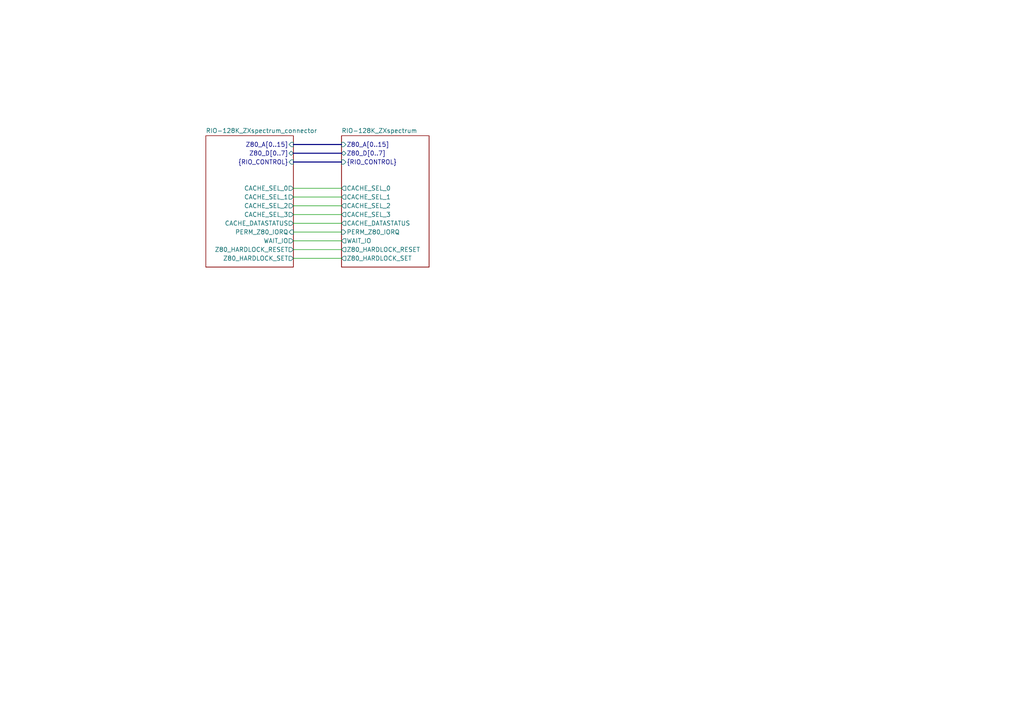
<source format=kicad_sch>
(kicad_sch (version 20230121) (generator eeschema)
  (paper "A4")
  (title_block (title "FujiNet Z80Bus reference design") (date "2023-05-13") (rev "0.1") (company "FujiNet"))
  (lib_symbols)
  (bus_alias "Z80_CONTROL" (members "Z80_CONTROL.RD" "Z80_CONTROL.WR" "Z80_CONTROL.IORQ" "Z80_CONTROL.MEMRQ" "Z80_CONTROL.BUSRQ" "Z80_CONTROL.WAIT" "Z80_CONTROL.ROMCS" "Z80_CONTROL.BUSACK" "Z80_CONTROL.NMI" "Z80_CONTROL.RESET"))
  (wire (pts (xy 85.09 67.31) (xy 99.06 67.31)))
  (wire (pts (xy 85.09 54.61) (xy 99.06 54.61)))
  (bus (pts (xy 85.09 44.45) (xy 99.06 44.45)))
  (bus (pts (xy 85.09 46.99) (xy 99.06 46.99)))
  (wire (pts (xy 85.09 57.15) (xy 99.06 57.15)))
  (wire (pts (xy 85.09 64.77) (xy 99.06 64.77)))
  (bus (pts (xy 85.09 41.91) (xy 99.06 41.91)))
  (wire (pts (xy 85.09 72.39) (xy 99.06 72.39)))
  (wire (pts (xy 85.09 62.23) (xy 99.06 62.23)))
  (wire (pts (xy 85.09 69.85) (xy 99.06 69.85)))
  (wire (pts (xy 85.09 74.93) (xy 99.06 74.93)))
  (wire (pts (xy 85.09 59.69) (xy 99.06 59.69)))
  (sheet (at 59.69 39.37) (size 25.4 38.1) (stroke (width 0.1524))
    (property "Sheetname" "RIO-128K_ZXspectrum_connector" (at 59.69 38.6584 0) (effects (justify left bottom)))
    (property "Sheetfile" "RIO-128K_ZXspectrum_connector.kicad_sch" (effects hide))
    (pin "Z80_A[0..15]" input (at 85.09 41.91 0))
    (pin "Z80_D[0..7]" bidirectional (at 85.09 44.45 0))
    (pin "PERM_Z80_IORQ" input (at 85.09 67.31 0))
    (pin "WAIT_IO" output (at 85.09 69.85 0))
    (pin "CACHE_SEL_0" output (at 85.09 54.61 0))
    (pin "{RIO_CONTROL}" input (at 85.09 46.99 0))
    (pin "Z80_HARDLOCK_RESET" output (at 85.09 72.39 0))
    (pin "CACHE_DATASTATUS" output (at 85.09 64.77 0))
    (pin "CACHE_SEL_3" output (at 85.09 62.23 0))
    (pin "Z80_HARDLOCK_SET" output (at 85.09 74.93 0))
    (pin "CACHE_SEL_2" output (at 85.09 59.69 0))
    (pin "CACHE_SEL_1" output (at 85.09 57.15 0))
  )
  (sheet (at 99.06 39.37) (size 25.4 38.1) (stroke (width 0.1524))
    (property "Sheetname" "RIO-128K_ZXspectrum" (at 99.06 38.6584 0) (effects (justify left bottom)))
    (property "Sheetfile" "../RIO-128K_ZXspectrum.kicad_sch" (effects hide))
    (pin "PERM_Z80_IORQ" input (at 99.06 67.31 180))
    (pin "CACHE_SEL_3" output (at 99.06 62.23 180))
    (pin "Z80_HARDLOCK_SET" output (at 99.06 74.93 180))
    (pin "Z80_HARDLOCK_RESET" output (at 99.06 72.39 180))
    (pin "CACHE_SEL_2" output (at 99.06 59.69 180))
    (pin "CACHE_DATASTATUS" output (at 99.06 64.77 180))
    (pin "CACHE_SEL_0" output (at 99.06 54.61 180))
    (pin "CACHE_SEL_1" output (at 99.06 57.15 180))
    (pin "WAIT_IO" output (at 99.06 69.85 180))
    (pin "Z80_D[0..7]" bidirectional (at 99.06 44.45 180))
    (pin "{RIO_CONTROL}" input (at 99.06 46.99 180))
    (pin "Z80_A[0..15]" input (at 99.06 41.91 180))
  )
)
</source>
